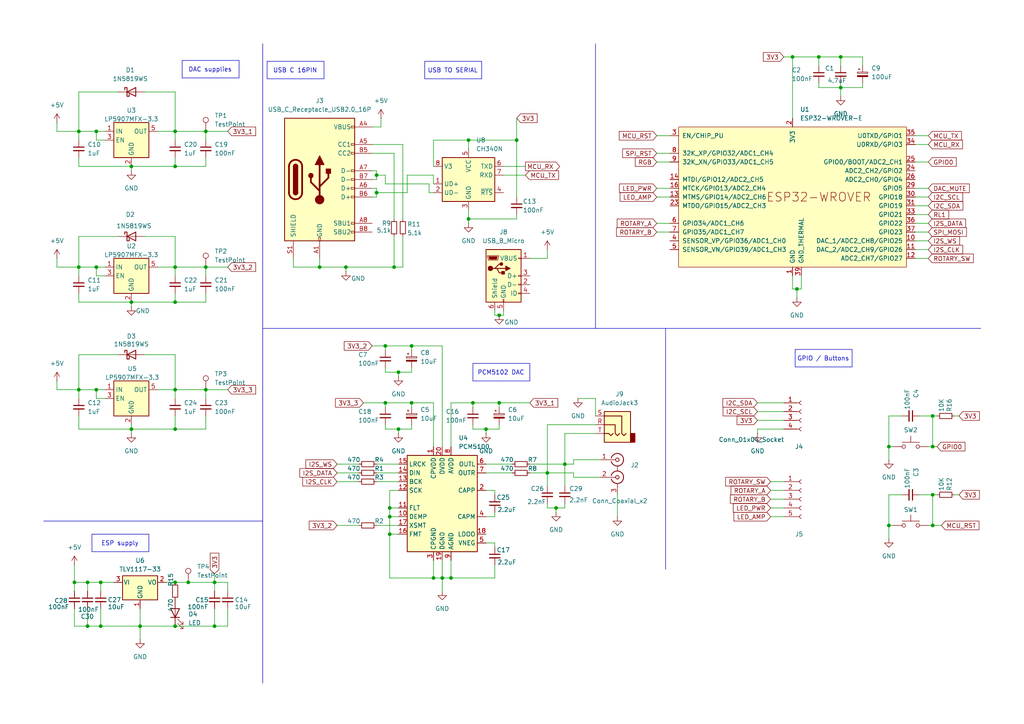
<source format=kicad_sch>
(kicad_sch (version 20231120) (generator "eeschema") (generator_version "8.0")
  (paper "A4")
  (title_block (title "LucaudioESP32") (date "2024-06-14") (rev "0.a") (comment 1 "Esp32 board running squeezelite for audio streaming"))
  (junction (at 62.23 168.91))
  (junction (at 50.8 181.61))
  (junction (at 38.1 48.26))
  (junction (at 111.76 116.84))
  (junction (at 59.69 38.1))
  (junction (at 128.27 167.64))
  (junction (at 130.81 167.64))
  (junction (at 50.8 48.26))
  (junction (at 113.03 149.86))
  (junction (at 100.33 77.47))
  (junction (at 54.61 168.91))
  (junction (at 109.22 55.88))
  (junction (at 144.78 91.44))
  (junction (at 22.86 113.03))
  (junction (at 229.87 16.51))
  (junction (at 25.4 168.91))
  (junction (at 50.8 124.46))
  (junction (at 270.51 120.65))
  (junction (at 21.59 168.91))
  (junction (at 50.8 77.47))
  (junction (at 158.75 137.16))
  (junction (at 137.16 116.84))
  (junction (at 50.8 113.03))
  (junction (at 270.51 129.54))
  (junction (at 27.94 113.03))
  (junction (at 38.1 124.46))
  (junction (at 119.38 116.84))
  (junction (at 243.84 16.51))
  (junction (at 59.69 77.47))
  (junction (at 62.23 181.61))
  (junction (at 111.76 100.33))
  (junction (at 161.29 147.32))
  (junction (at 59.69 113.03))
  (junction (at 115.57 107.95))
  (junction (at 40.64 181.61))
  (junction (at 29.21 181.61))
  (junction (at 125.73 167.64))
  (junction (at 149.86 40.64))
  (junction (at 243.84 25.4))
  (junction (at 119.38 100.33))
  (junction (at 257.81 152.4))
  (junction (at 109.22 50.8))
  (junction (at 270.51 152.4))
  (junction (at 92.71 77.47))
  (junction (at 27.94 77.47))
  (junction (at 113.03 147.32))
  (junction (at 257.81 129.54))
  (junction (at 50.8 87.63))
  (junction (at 270.51 143.51))
  (junction (at 115.57 124.46))
  (junction (at 113.03 154.94))
  (junction (at 22.86 77.47))
  (junction (at 114.3 77.47))
  (junction (at 22.86 38.1))
  (junction (at 50.8 38.1))
  (junction (at 38.1 87.63))
  (junction (at 27.94 38.1))
  (junction (at 50.8 168.91))
  (junction (at 144.78 116.84))
  (junction (at 135.89 63.5))
  (junction (at 163.83 134.62))
  (junction (at 237.49 16.51))
  (junction (at 29.21 168.91))
  (junction (at 25.4 181.61))
  (junction (at 135.89 40.64))
  (junction (at 231.14 83.82))
  (junction (at 140.97 124.46))
  (wire (pts (xy 29.21 181.61) (xy 25.4 181.61)))
  (wire (pts (xy 243.84 16.51) (xy 237.49 16.51)))
  (wire (pts (xy 265.43 54.61) (xy 269.24 54.61)))
  (wire (pts (xy 143.51 157.48) (xy 143.51 158.75)))
  (wire (pts (xy 144.78 123.19) (xy 144.78 124.46)))
  (wire (pts (xy 237.49 19.05) (xy 237.49 16.51)))
  (wire (pts (xy 107.95 54.61) (xy 109.22 54.61)))
  (wire (pts (xy 50.8 68.58) (xy 50.8 77.47)))
  (wire (pts (xy 119.38 116.84) (xy 119.38 118.11)))
  (wire (pts (xy 34.29 26.67) (xy 22.86 26.67)))
  (wire (pts (xy 173.99 138.43) (xy 166.37 138.43)))
  (wire (pts (xy 66.04 168.91) (xy 66.04 171.45)))
  (wire (pts (xy 85.09 77.47) (xy 92.71 77.47)))
  (wire (pts (xy 190.5 44.45) (xy 194.31 44.45)))
  (wire (pts (xy 158.75 137.16) (xy 166.37 137.16)))
  (wire (pts (xy 109.22 137.16) (xy 115.57 137.16)))
  (wire (pts (xy 137.16 123.19) (xy 137.16 124.46)))
  (wire (pts (xy 30.48 40.64) (xy 27.94 40.64)))
  (wire (pts (xy 140.97 137.16) (xy 148.59 137.16)))
  (wire (pts (xy 265.43 39.37) (xy 269.24 39.37)))
  (wire (pts (xy 227.33 149.86) (xy 223.52 149.86)))
  (wire (pts (xy 111.76 53.34) (xy 124.46 53.34)))
  (wire (pts (xy 119.38 107.95) (xy 115.57 107.95)))
  (wire (pts (xy 27.94 80.01) (xy 27.94 77.47)))
  (wire (pts (xy 190.5 46.99) (xy 194.31 46.99)))
  (wire (pts (xy 38.1 124.46) (xy 38.1 125.73)))
  (wire (pts (xy 149.86 63.5) (xy 135.89 63.5)))
  (wire (pts (xy 137.16 116.84) (xy 130.81 116.84)))
  (wire (pts (xy 153.67 134.62) (xy 163.83 134.62)))
  (wire (pts (xy 114.3 68.58) (xy 114.3 77.47)))
  (wire (pts (xy 50.8 26.67) (xy 50.8 38.1)))
  (polyline (pts (xy 172.72 12.7) (xy 172.72 95.25)))
  (wire (pts (xy 113.03 149.86) (xy 113.03 147.32)))
  (wire (pts (xy 29.21 168.91) (xy 25.4 168.91)))
  (wire (pts (xy 34.29 68.58) (xy 22.86 68.58)))
  (wire (pts (xy 59.69 120.65) (xy 59.69 124.46)))
  (wire (pts (xy 257.81 152.4) (xy 259.08 152.4)))
  (wire (pts (xy 237.49 24.13) (xy 237.49 25.4)))
  (wire (pts (xy 128.27 100.33) (xy 128.27 129.54)))
  (wire (pts (xy 59.69 115.57) (xy 59.69 113.03)))
  (wire (pts (xy 153.67 116.84) (xy 144.78 116.84)))
  (wire (pts (xy 22.86 48.26) (xy 38.1 48.26)))
  (wire (pts (xy 41.91 26.67) (xy 50.8 26.67)))
  (wire (pts (xy 66.04 176.53) (xy 66.04 181.61)))
  (wire (pts (xy 40.64 181.61) (xy 50.8 181.61)))
  (wire (pts (xy 59.69 45.72) (xy 59.69 48.26)))
  (wire (pts (xy 135.89 60.96) (xy 135.89 63.5)))
  (wire (pts (xy 219.71 124.46) (xy 227.33 124.46)))
  (wire (pts (xy 144.78 116.84) (xy 137.16 116.84)))
  (wire (pts (xy 22.86 45.72) (xy 22.86 48.26)))
  (wire (pts (xy 229.87 16.51) (xy 229.87 34.29)))
  (wire (pts (xy 243.84 24.13) (xy 243.84 25.4)))
  (wire (pts (xy 143.51 163.83) (xy 143.51 167.64)))
  (wire (pts (xy 50.8 48.26) (xy 50.8 45.72)))
  (wire (pts (xy 97.79 139.7) (xy 104.14 139.7)))
  (wire (pts (xy 54.61 168.91) (xy 62.23 168.91)))
  (wire (pts (xy 172.72 125.73) (xy 163.83 125.73)))
  (wire (pts (xy 59.69 40.64) (xy 59.69 38.1)))
  (wire (pts (xy 237.49 25.4) (xy 243.84 25.4)))
  (wire (pts (xy 232.41 80.01) (xy 232.41 83.82)))
  (wire (pts (xy 143.51 148.59) (xy 143.51 149.86)))
  (wire (pts (xy 111.76 116.84) (xy 111.76 118.11)))
  (wire (pts (xy 130.81 116.84) (xy 130.81 129.54)))
  (wire (pts (xy 115.57 125.73) (xy 115.57 124.46)))
  (wire (pts (xy 143.51 142.24) (xy 140.97 142.24)))
  (wire (pts (xy 59.69 38.1) (xy 66.04 38.1)))
  (wire (pts (xy 109.22 55.88) (xy 109.22 57.15)))
  (wire (pts (xy 144.78 91.44) (xy 143.51 91.44)))
  (wire (pts (xy 231.14 83.82) (xy 231.14 86.36)))
  (wire (pts (xy 250.19 19.05) (xy 250.19 16.51)))
  (wire (pts (xy 113.03 154.94) (xy 113.03 149.86)))
  (wire (pts (xy 29.21 168.91) (xy 29.21 171.45)))
  (wire (pts (xy 143.51 167.64) (xy 130.81 167.64)))
  (wire (pts (xy 119.38 106.68) (xy 119.38 107.95)))
  (wire (pts (xy 265.43 41.91) (xy 269.24 41.91)))
  (wire (pts (xy 265.43 57.15) (xy 269.24 57.15)))
  (wire (pts (xy 109.22 55.88) (xy 118.11 55.88)))
  (polyline (pts (xy 76.2 151.13) (xy 76.2 198.12)))
  (wire (pts (xy 125.73 167.64) (xy 128.27 167.64)))
  (wire (pts (xy 59.69 77.47) (xy 59.69 80.01)))
  (wire (pts (xy 219.71 124.46) (xy 219.71 125.73)))
  (wire (pts (xy 229.87 83.82) (xy 231.14 83.82)))
  (wire (pts (xy 30.48 80.01) (xy 27.94 80.01)))
  (wire (pts (xy 111.76 100.33) (xy 111.76 101.6)))
  (wire (pts (xy 21.59 181.61) (xy 25.4 181.61)))
  (wire (pts (xy 97.79 134.62) (xy 104.14 134.62)))
  (wire (pts (xy 41.91 68.58) (xy 50.8 68.58)))
  (wire (pts (xy 111.76 107.95) (xy 115.57 107.95)))
  (wire (pts (xy 114.3 44.45) (xy 107.95 44.45)))
  (wire (pts (xy 161.29 147.32) (xy 158.75 147.32)))
  (wire (pts (xy 257.81 120.65) (xy 257.81 129.54)))
  (wire (pts (xy 22.86 113.03) (xy 22.86 115.57)))
  (wire (pts (xy 22.86 38.1) (xy 22.86 40.64)))
  (wire (pts (xy 109.22 50.8) (xy 109.22 52.07)))
  (wire (pts (xy 135.89 63.5) (xy 135.89 64.77)))
  (wire (pts (xy 167.64 115.57) (xy 172.72 115.57)))
  (wire (pts (xy 111.76 100.33) (xy 119.38 100.33)))
  (wire (pts (xy 137.16 116.84) (xy 137.16 118.11)))
  (wire (pts (xy 166.37 138.43) (xy 166.37 137.16)))
  (wire (pts (xy 125.73 48.26) (xy 125.73 40.64)))
  (wire (pts (xy 50.8 40.64) (xy 50.8 38.1)))
  (wire (pts (xy 92.71 77.47) (xy 92.71 74.93)))
  (wire (pts (xy 172.72 115.57) (xy 172.72 120.65)))
  (wire (pts (xy 116.84 41.91) (xy 107.95 41.91)))
  (wire (pts (xy 227.33 116.84) (xy 219.71 116.84)))
  (wire (pts (xy 22.86 77.47) (xy 27.94 77.47)))
  (wire (pts (xy 161.29 148.59) (xy 161.29 147.32)))
  (wire (pts (xy 85.09 74.93) (xy 85.09 77.47)))
  (wire (pts (xy 116.84 63.5) (xy 116.84 41.91)))
  (wire (pts (xy 100.33 77.47) (xy 92.71 77.47)))
  (wire (pts (xy 50.8 87.63) (xy 38.1 87.63)))
  (wire (pts (xy 190.5 57.15) (xy 194.31 57.15)))
  (wire (pts (xy 163.83 134.62) (xy 163.83 140.97)))
  (wire (pts (xy 265.43 69.85) (xy 269.24 69.85)))
  (wire (pts (xy 109.22 52.07) (xy 107.95 52.07)))
  (wire (pts (xy 124.46 55.88) (xy 125.73 55.88)))
  (wire (pts (xy 227.33 147.32) (xy 223.52 147.32)))
  (wire (pts (xy 158.75 137.16) (xy 158.75 140.97)))
  (wire (pts (xy 25.4 168.91) (xy 21.59 168.91)))
  (wire (pts (xy 276.86 143.51) (xy 278.13 143.51)))
  (wire (pts (xy 232.41 83.82) (xy 231.14 83.82)))
  (polyline (pts (xy 76.2 95.25) (xy 284.48 95.25)))
  (wire (pts (xy 190.5 54.61) (xy 194.31 54.61)))
  (wire (pts (xy 265.43 59.69) (xy 269.24 59.69)))
  (wire (pts (xy 270.51 120.65) (xy 270.51 129.54)))
  (wire (pts (xy 21.59 168.91) (xy 21.59 163.83)))
  (wire (pts (xy 163.83 147.32) (xy 161.29 147.32)))
  (wire (pts (xy 16.51 35.56) (xy 16.51 38.1)))
  (wire (pts (xy 109.22 134.62) (xy 115.57 134.62)))
  (wire (pts (xy 128.27 162.56) (xy 128.27 167.64)))
  (wire (pts (xy 45.72 38.1) (xy 50.8 38.1)))
  (wire (pts (xy 190.5 67.31) (xy 194.31 67.31)))
  (wire (pts (xy 22.86 87.63) (xy 38.1 87.63)))
  (wire (pts (xy 130.81 162.56) (xy 130.81 167.64)))
  (polyline (pts (xy 76.2 12.7) (xy 76.2 151.13)))
  (wire (pts (xy 50.8 77.47) (xy 59.69 77.47)))
  (wire (pts (xy 59.69 85.09) (xy 59.69 87.63)))
  (wire (pts (xy 111.76 124.46) (xy 111.76 123.19)))
  (wire (pts (xy 116.84 68.58) (xy 116.84 77.47)))
  (wire (pts (xy 109.22 49.53) (xy 109.22 50.8)))
  (wire (pts (xy 250.19 25.4) (xy 250.19 24.13)))
  (wire (pts (xy 34.29 102.87) (xy 22.86 102.87)))
  (wire (pts (xy 59.69 113.03) (xy 50.8 113.03)))
  (wire (pts (xy 119.38 116.84) (xy 125.73 116.84)))
  (wire (pts (xy 111.76 50.8) (xy 111.76 53.34)))
  (wire (pts (xy 270.51 152.4) (xy 273.05 152.4)))
  (wire (pts (xy 140.97 134.62) (xy 148.59 134.62)))
  (wire (pts (xy 113.03 142.24) (xy 113.03 147.32)))
  (wire (pts (xy 38.1 48.26) (xy 50.8 48.26)))
  (wire (pts (xy 250.19 16.51) (xy 243.84 16.51)))
  (wire (pts (xy 243.84 25.4) (xy 250.19 25.4)))
  (wire (pts (xy 261.62 120.65) (xy 257.81 120.65)))
  (wire (pts (xy 16.51 77.47) (xy 22.86 77.47)))
  (wire (pts (xy 109.22 139.7) (xy 115.57 139.7)))
  (wire (pts (xy 59.69 124.46) (xy 50.8 124.46)))
  (wire (pts (xy 270.51 143.51) (xy 271.78 143.51)))
  (wire (pts (xy 143.51 91.44) (xy 143.51 90.17)))
  (wire (pts (xy 22.86 85.09) (xy 22.86 87.63)))
  (wire (pts (xy 265.43 72.39) (xy 269.24 72.39)))
  (wire (pts (xy 22.86 38.1) (xy 27.94 38.1)))
  (wire (pts (xy 143.51 143.51) (xy 143.51 142.24)))
  (wire (pts (xy 144.78 116.84) (xy 144.78 118.11)))
  (wire (pts (xy 223.52 139.7) (xy 227.33 139.7)))
  (wire (pts (xy 115.57 142.24) (xy 113.03 142.24)))
  (wire (pts (xy 158.75 72.39) (xy 158.75 74.93)))
  (wire (pts (xy 125.73 116.84) (xy 125.73 129.54)))
  (wire (pts (xy 270.51 143.51) (xy 270.51 152.4)))
  (wire (pts (xy 113.03 147.32) (xy 115.57 147.32)))
  (wire (pts (xy 50.8 38.1) (xy 59.69 38.1)))
  (polyline (pts (xy 193.04 95.25) (xy 193.04 165.1)))
  (wire (pts (xy 41.91 102.87) (xy 50.8 102.87)))
  (wire (pts (xy 107.95 49.53) (xy 109.22 49.53)))
  (wire (pts (xy 158.75 147.32) (xy 158.75 146.05)))
  (wire (pts (xy 163.83 146.05) (xy 163.83 147.32)))
  (wire (pts (xy 109.22 54.61) (xy 109.22 55.88)))
  (wire (pts (xy 113.03 167.64) (xy 125.73 167.64)))
  (wire (pts (xy 22.86 26.67) (xy 22.86 38.1)))
  (wire (pts (xy 38.1 48.26) (xy 38.1 49.53)))
  (wire (pts (xy 109.22 50.8) (xy 111.76 50.8)))
  (wire (pts (xy 109.22 152.4) (xy 115.57 152.4)))
  (wire (pts (xy 158.75 74.93) (xy 153.67 74.93)))
  (wire (pts (xy 22.86 120.65) (xy 22.86 124.46)))
  (wire (pts (xy 62.23 168.91) (xy 62.23 171.45)))
  (wire (pts (xy 50.8 124.46) (xy 38.1 124.46)))
  (wire (pts (xy 48.26 168.91) (xy 50.8 168.91)))
  (wire (pts (xy 59.69 77.47) (xy 66.04 77.47)))
  (wire (pts (xy 45.72 113.03) (xy 50.8 113.03)))
  (wire (pts (xy 116.84 77.47) (xy 114.3 77.47)))
  (wire (pts (xy 257.81 129.54) (xy 259.08 129.54)))
  (wire (pts (xy 149.86 34.29) (xy 149.86 40.64)))
  (wire (pts (xy 257.81 156.21) (xy 257.81 152.4)))
  (wire (pts (xy 140.97 157.48) (xy 143.51 157.48)))
  (wire (pts (xy 125.73 40.64) (xy 135.89 40.64)))
  (wire (pts (xy 229.87 80.01) (xy 229.87 83.82)))
  (wire (pts (xy 130.81 167.64) (xy 128.27 167.64)))
  (wire (pts (xy 38.1 87.63) (xy 38.1 88.9)))
  (wire (pts (xy 140.97 124.46) (xy 140.97 125.73)))
  (wire (pts (xy 107.95 36.83) (xy 110.49 36.83)))
  (wire (pts (xy 16.51 38.1) (xy 22.86 38.1)))
  (wire (pts (xy 25.4 168.91) (xy 25.4 171.45)))
  (wire (pts (xy 243.84 19.05) (xy 243.84 16.51)))
  (wire (pts (xy 146.05 91.44) (xy 144.78 91.44)))
  (wire (pts (xy 50.8 181.61) (xy 62.23 181.61)))
  (wire (pts (xy 227.33 119.38) (xy 219.71 119.38)))
  (wire (pts (xy 265.43 62.23) (xy 269.24 62.23)))
  (wire (pts (xy 50.8 168.91) (xy 54.61 168.91)))
  (polyline (pts (xy 12.7 151.13) (xy 76.2 151.13)))
  (wire (pts (xy 16.51 74.93) (xy 16.51 77.47)))
  (wire (pts (xy 111.76 106.68) (xy 111.76 107.95)))
  (wire (pts (xy 276.86 120.65) (xy 278.13 120.65)))
  (wire (pts (xy 33.02 168.91) (xy 29.21 168.91)))
  (wire (pts (xy 40.64 176.53) (xy 40.64 181.61)))
  (wire (pts (xy 50.8 85.09) (xy 50.8 87.63)))
  (wire (pts (xy 97.79 152.4) (xy 104.14 152.4)))
  (wire (pts (xy 27.94 38.1) (xy 30.48 38.1)))
  (wire (pts (xy 27.94 113.03) (xy 30.48 113.03)))
  (wire (pts (xy 261.62 143.51) (xy 257.81 143.51)))
  (wire (pts (xy 59.69 87.63) (xy 50.8 87.63)))
  (wire (pts (xy 227.33 16.51) (xy 229.87 16.51)))
  (wire (pts (xy 111.76 116.84) (xy 119.38 116.84)))
  (wire (pts (xy 128.27 167.64) (xy 128.27 171.45)))
  (wire (pts (xy 269.24 46.99) (xy 265.43 46.99)))
  (wire (pts (xy 237.49 16.51) (xy 229.87 16.51)))
  (wire (pts (xy 166.37 134.62) (xy 166.37 133.35)))
  (wire (pts (xy 59.69 113.03) (xy 66.04 113.03)))
  (wire (pts (xy 115.57 154.94) (xy 113.03 154.94)))
  (wire (pts (xy 114.3 63.5) (xy 114.3 44.45)))
  (wire (pts (xy 149.86 40.64) (xy 135.89 40.64)))
  (wire (pts (xy 143.51 149.86) (xy 140.97 149.86)))
  (wire (pts (xy 265.43 67.31) (xy 269.24 67.31)))
  (wire (pts (xy 16.51 113.03) (xy 22.86 113.03)))
  (wire (pts (xy 146.05 50.8) (xy 152.4 50.8)))
  (wire (pts (xy 66.04 168.91) (xy 62.23 168.91)))
  (wire (pts (xy 22.86 68.58) (xy 22.86 77.47)))
  (wire (pts (xy 172.72 123.19) (xy 158.75 123.19)))
  (wire (pts (xy 50.8 113.03) (xy 50.8 115.57)))
  (wire (pts (xy 50.8 120.65) (xy 50.8 124.46)))
  (wire (pts (xy 30.48 115.57) (xy 27.94 115.57)))
  (wire (pts (xy 270.51 152.4) (xy 269.24 152.4)))
  (wire (pts (xy 149.86 62.23) (xy 149.86 63.5)))
  (wire (pts (xy 146.05 48.26) (xy 152.4 48.26)))
  (wire (pts (xy 227.33 121.92) (xy 219.71 121.92)))
  (wire (pts (xy 27.94 115.57) (xy 27.94 113.03)))
  (wire (pts (xy 144.78 124.46) (xy 140.97 124.46)))
  (wire (pts (xy 62.23 168.91) (xy 62.23 166.37)))
  (wire (pts (xy 125.73 50.8) (xy 125.73 53.34)))
  (wire (pts (xy 66.04 181.61) (xy 62.23 181.61)))
  (wire (pts (xy 118.11 55.88) (xy 118.11 50.8)))
  (wire (pts (xy 40.64 181.61) (xy 40.64 185.42)))
  (wire (pts (xy 149.86 57.15) (xy 149.86 40.64)))
  (wire (pts (xy 119.38 100.33) (xy 119.38 101.6)))
  (wire (pts (xy 100.33 77.47) (xy 100.33 78.74)))
  (wire (pts (xy 265.43 74.93) (xy 269.24 74.93)))
  (wire (pts (xy 190.5 39.37) (xy 194.31 39.37)))
  (wire (pts (xy 45.72 77.47) (xy 50.8 77.47)))
  (wire (pts (xy 190.5 64.77) (xy 194.31 64.77)))
  (wire (pts (xy 38.1 124.46) (xy 38.1 123.19)))
  (wire (pts (xy 50.8 102.87) (xy 50.8 113.03)))
  (wire (pts (xy 29.21 176.53) (xy 29.21 181.61)))
  (wire (pts (xy 114.3 77.47) (xy 100.33 77.47)))
  (wire (pts (xy 25.4 181.61) (xy 25.4 176.53)))
  (wire (pts (xy 109.22 57.15) (xy 107.95 57.15)))
  (wire (pts (xy 270.51 120.65) (xy 271.78 120.65)))
  (wire (pts (xy 243.84 25.4) (xy 243.84 27.94)))
  (wire (pts (xy 113.03 154.94) (xy 113.03 167.64)))
  (wire (pts (xy 22.86 80.01) (xy 22.86 77.47)))
  (wire (pts (xy 115.57 149.86) (xy 113.03 149.86)))
  (wire (pts (xy 223.52 142.24) (xy 227.33 142.24)))
  (wire (pts (xy 163.83 134.62) (xy 166.37 134.62)))
  (wire (pts (xy 179.07 143.51) (xy 179.07 149.86)))
  (wire (pts (xy 22.86 113.03) (xy 27.94 113.03)))
  (wire (pts (xy 270.51 129.54) (xy 271.78 129.54)))
  (wire (pts (xy 115.57 107.95) (xy 115.57 109.22)))
  (wire (pts (xy 119.38 100.33) (xy 128.27 100.33)))
  (wire (pts (xy 137.16 124.46) (xy 140.97 124.46)))
  (wire (pts (xy 59.69 48.26) (xy 50.8 48.26)))
  (wire (pts (xy 153.67 137.16) (xy 158.75 137.16)))
  (wire (pts (xy 107.95 100.33) (xy 111.76 100.33)))
  (wire (pts (xy 50.8 77.47) (xy 50.8 80.01)))
  (wire (pts (xy 21.59 168.91) (xy 21.59 171.45)))
  (wire (pts (xy 223.52 144.78) (xy 227.33 144.78)))
  (wire (pts (xy 110.49 36.83) (xy 110.49 34.29)))
  (wire (pts (xy 16.51 110.49) (xy 16.51 113.03)))
  (wire (pts (xy 21.59 176.53) (xy 21.59 181.61)))
  (wire (pts (xy 266.7 143.51) (xy 270.51 143.51)))
  (wire (pts (xy 163.83 125.73) (xy 163.83 134.62)))
  (wire (pts (xy 125.73 162.56) (xy 125.73 167.64)))
  (wire (pts (xy 29.21 181.61) (xy 40.64 181.61)))
  (wire (pts (xy 62.23 176.53) (xy 62.23 181.61)))
  (wire (pts (xy 158.75 123.19) (xy 158.75 137.16)))
  (wire (pts (xy 27.94 40.64) (xy 27.94 38.1)))
  (wire (pts (xy 266.7 120.65) (xy 270.51 120.65)))
  (wire (pts (xy 105.41 116.84) (xy 111.76 116.84)))
  (wire (pts (xy 146.05 90.17) (xy 146.05 91.44)))
  (wire (pts (xy 135.89 40.64) (xy 135.89 43.18)))
  (wire (pts (xy 119.38 123.19) (xy 119.38 124.46)))
  (wire (pts (xy 115.57 124.46) (xy 111.76 124.46)))
  (wire (pts (xy 22.86 124.46) (xy 38.1 124.46)))
  (wire (pts (xy 257.81 143.51) (xy 257.81 152.4)))
  (wire (pts (xy 166.37 133.35) (xy 173.99 133.35)))
  (wire (pts (xy 27.94 77.47) (xy 30.48 77.47)))
  (wire (pts (xy 119.38 124.46) (xy 115.57 124.46)))
  (wire (pts (xy 124.46 53.34) (xy 124.46 55.88)))
  (wire (pts (xy 97.79 137.16) (xy 104.14 137.16)))
  (wire (pts (xy 118.11 50.8) (xy 125.73 50.8)))
  (wire (pts (xy 265.43 64.77) (xy 269.24 64.77)))
  (wire (pts (xy 257.81 129.54) (xy 257.81 133.35)))
  (wire (pts (xy 270.51 129.54) (xy 269.24 129.54)))
  (wire (pts (xy 22.86 102.87) (xy 22.86 113.03)))
  (rectangle (start 26.67 154.94) (end 43.18 160.02))
  (rectangle (start 52.832 17.526) (end 69.342 22.606))
  (rectangle (start 137.16 105.41) (end 153.67 110.49))
  (rectangle (start 123.19 17.78) (end 139.7 22.86))
  (rectangle (start 230.632 101.346) (end 247.142 106.426))
  (rectangle (start 77.47 17.78) (end 93.98 22.86))
  (text "PCM5102 DAC" (at 145.288 108.204 0) (effects (font (size 1.27 1.27))))
  (text "USB C 16PIN" (at 85.598 20.574 0) (effects (font (size 1.27 1.27))))
  (text "DAC supplies" (at 60.96 20.32 0) (effects (font (size 1.27 1.27))))
  (text "GPIO / Buttons" (at 238.76 104.14 0) (effects (font (size 1.27 1.27))))
  (text "ESP supply" (at 34.798 157.734 0) (effects (font (size 1.27 1.27))))
  (text "USB TO SERIAL" (at 131.318 20.574 0) (effects (font (size 1.27 1.27))))
  (global_label "I2C_SCL" (shape input) (at 219.71 119.38 180) (property "Intersheetrefs" "${INTERSHEET_REFS}" (effects (hide yes))))
  (global_label "I2S_WS" (shape input) (at 97.79 134.62 180) (property "Intersheetrefs" "${INTERSHEET_REFS}" (effects (hide yes))))
  (global_label "3V3" (shape input) (at 149.86 34.29 0) (property "Intersheetrefs" "${INTERSHEET_REFS}" (effects (hide yes))))
  (global_label "SPI_MOSI" (shape input) (at 269.24 67.31 0) (property "Intersheetrefs" "${INTERSHEET_REFS}" (effects (hide yes))))
  (global_label "3V3" (shape input) (at 278.13 143.51 0) (property "Intersheetrefs" "${INTERSHEET_REFS}" (effects (hide yes))))
  (global_label "RL1" (shape input) (at 269.24 62.23 0) (property "Intersheetrefs" "${INTERSHEET_REFS}" (effects (hide yes))))
  (global_label "MCU_RX" (shape input) (at 269.24 41.91 0) (property "Intersheetrefs" "${INTERSHEET_REFS}" (effects (hide yes))))
  (global_label "LED_AMP" (shape input) (at 223.52 149.86 180) (property "Intersheetrefs" "${INTERSHEET_REFS}" (effects (hide yes))))
  (global_label "MCU_TX" (shape input) (at 269.24 39.37 0) (property "Intersheetrefs" "${INTERSHEET_REFS}" (effects (hide yes))))
  (global_label "3V3_1" (shape input) (at 66.04 38.1 0) (property "Intersheetrefs" "${INTERSHEET_REFS}" (effects (hide yes))))
  (global_label "3V3" (shape input) (at 227.33 16.51 180) (property "Intersheetrefs" "${INTERSHEET_REFS}" (effects (hide yes))))
  (global_label "MCU_RST" (shape input) (at 190.5 39.37 180) (property "Intersheetrefs" "${INTERSHEET_REFS}" (effects (hide yes))))
  (global_label "ROTARY_A" (shape input) (at 190.5 64.77 180) (property "Intersheetrefs" "${INTERSHEET_REFS}" (effects (hide yes))))
  (global_label "I2C_SDA" (shape input) (at 269.24 59.69 0) (property "Intersheetrefs" "${INTERSHEET_REFS}" (effects (hide yes))))
  (global_label "3V3_1" (shape input) (at 153.67 116.84 0) (property "Intersheetrefs" "${INTERSHEET_REFS}" (effects (hide yes))))
  (global_label "3V3" (shape input) (at 278.13 120.65 0) (property "Intersheetrefs" "${INTERSHEET_REFS}" (effects (hide yes))))
  (global_label "3V3" (shape input) (at 219.71 121.92 180) (property "Intersheetrefs" "${INTERSHEET_REFS}" (effects (hide yes))))
  (global_label "ROTARY_SW" (shape input) (at 269.24 74.93 0) (property "Intersheetrefs" "${INTERSHEET_REFS}" (effects (hide yes))))
  (global_label "MCU_RST" (shape input) (at 273.05 152.4 0) (property "Intersheetrefs" "${INTERSHEET_REFS}" (effects (hide yes))))
  (global_label "3V3" (shape input) (at 62.23 166.37 90) (property "Intersheetrefs" "${INTERSHEET_REFS}" (effects (hide yes))))
  (global_label "I2C_SCL" (shape input) (at 269.24 57.15 0) (property "Intersheetrefs" "${INTERSHEET_REFS}" (effects (hide yes))))
  (global_label "I2S_DATA" (shape input) (at 269.24 64.77 0) (property "Intersheetrefs" "${INTERSHEET_REFS}" (effects (hide yes))))
  (global_label "GPIO0" (shape input) (at 271.78 129.54 0) (property "Intersheetrefs" "${INTERSHEET_REFS}" (effects (hide yes))))
  (global_label "I2S_CLK" (shape input) (at 269.24 72.39 0) (property "Intersheetrefs" "${INTERSHEET_REFS}" (effects (hide yes))))
  (global_label "MCU_RX" (shape output) (at 152.4 48.26 0) (property "Intersheetrefs" "${INTERSHEET_REFS}" (effects (hide yes))))
  (global_label "I2S_CLK" (shape input) (at 97.79 139.7 180) (property "Intersheetrefs" "${INTERSHEET_REFS}" (effects (hide yes))))
  (global_label "LED_AMP" (shape input) (at 190.5 57.15 180) (property "Intersheetrefs" "${INTERSHEET_REFS}" (effects (hide yes))))
  (global_label "RGB" (shape input) (at 190.5 46.99 180) (property "Intersheetrefs" "${INTERSHEET_REFS}" (effects (hide yes))))
  (global_label "3V3_2" (shape input) (at 66.04 77.47 0) (property "Intersheetrefs" "${INTERSHEET_REFS}" (effects (hide yes))))
  (global_label "LED_PWR" (shape input) (at 223.52 147.32 180) (property "Intersheetrefs" "${INTERSHEET_REFS}" (effects (hide yes))))
  (global_label "LED_PWR" (shape input) (at 190.5 54.61 180) (property "Intersheetrefs" "${INTERSHEET_REFS}" (effects (hide yes))))
  (global_label "GPIO0" (shape input) (at 269.24 46.99 0) (property "Intersheetrefs" "${INTERSHEET_REFS}" (effects (hide yes))))
  (global_label "3V3_2" (shape input) (at 97.79 152.4 180) (property "Intersheetrefs" "${INTERSHEET_REFS}" (effects (hide yes))))
  (global_label "I2S_WS" (shape input) (at 269.24 69.85 0) (property "Intersheetrefs" "${INTERSHEET_REFS}" (effects (hide yes))))
  (global_label "I2S_DATA" (shape input) (at 97.79 137.16 180) (property "Intersheetrefs" "${INTERSHEET_REFS}" (effects (hide yes))))
  (global_label "ROTARY_SW" (shape input) (at 223.52 139.7 180) (property "Intersheetrefs" "${INTERSHEET_REFS}" (effects (hide yes))))
  (global_label "3V3_3" (shape input) (at 66.04 113.03 0) (property "Intersheetrefs" "${INTERSHEET_REFS}" (effects (hide yes))))
  (global_label "I2C_SDA" (shape input) (at 219.71 116.84 180) (property "Intersheetrefs" "${INTERSHEET_REFS}" (effects (hide yes))))
  (global_label "ROTARY_B" (shape input) (at 223.52 144.78 180) (property "Intersheetrefs" "${INTERSHEET_REFS}" (effects (hide yes))))
  (global_label "DAC_MUTE" (shape input) (at 269.24 54.61 0) (property "Intersheetrefs" "${INTERSHEET_REFS}" (effects (hide yes))))
  (global_label "ROTARY_A" (shape input) (at 223.52 142.24 180) (property "Intersheetrefs" "${INTERSHEET_REFS}" (effects (hide yes))))
  (global_label "ROTARY_B" (shape input) (at 190.5 67.31 180) (property "Intersheetrefs" "${INTERSHEET_REFS}" (effects (hide yes))))
  (global_label "MCU_TX" (shape input) (at 152.4 50.8 0) (property "Intersheetrefs" "${INTERSHEET_REFS}" (effects (hide yes))))
  (global_label "3V3_2" (shape input) (at 107.95 100.33 180) (property "Intersheetrefs" "${INTERSHEET_REFS}" (effects (hide yes))))
  (global_label "SPI_RST" (shape input) (at 190.5 44.45 180) (property "Intersheetrefs" "${INTERSHEET_REFS}" (effects (hide yes))))
  (global_label "3V3_3" (shape input) (at 105.41 116.84 180) (property "Intersheetrefs" "${INTERSHEET_REFS}" (effects (hide yes))))
  (symbol (lib_id "Device:R_Small") (at 151.13 137.16 90) (unit 1)
    (property "Reference" "R8" (at 154.432 135.89 90))
    (property "Value" "470" (at 147.066 135.89 90))
    (property "Footprint" "Resistor_SMD:R_0805_2012Metric_Pad1.20x1.40mm_HandSolder" (effects (hide yes)))
    (property "Description" "Resistor, small symbol" (effects (hide yes)))
  )
  (symbol (lib_id "power:GND") (at 144.78 91.44 0) (unit 1)
    (property "Reference" "#PWR010" (effects (hide yes)))
    (property "Value" "GND" (at 148.336 93.472 0))
    (property "Description" "Power symbol creates a global label with name \"GND\" , ground" (effects (hide yes)))
  )
  (symbol (lib_id "Device:C_Small") (at 237.49 21.59 0) (unit 1)
    (property "Reference" "C2" (at 229.616 20.32 0) (effects (justify left)))
    (property "Value" "100nF" (at 229.616 22.86 0) (effects (justify left)))
    (property "Footprint" "Capacitor_SMD:C_0805_2012Metric_Pad1.18x1.45mm_HandSolder" (effects (hide yes)))
    (property "Description" "Unpolarized capacitor, small symbol" (effects (hide yes)))
  )
  (symbol (lib_id "Device:R_Small") (at 50.8 171.45 180) (unit 1)
    (property "Reference" "R15" (at 49.53 168.148 90))
    (property "Value" "470" (at 49.53 175.514 90))
    (property "Footprint" "Resistor_SMD:R_0805_2012Metric_Pad1.20x1.40mm_HandSolder" (effects (hide yes)))
    (property "Description" "Resistor, small symbol" (effects (hide yes)))
  )
  (symbol (lib_id "power:GND") (at 40.64 185.42 0) (unit 1)
    (property "Reference" "#PWR0121" (effects (hide yes)))
    (property "Value" "GND" (at 40.64 190.5 0))
    (property "Description" "Power symbol creates a global label with name \"GND\" , ground" (effects (hide yes)))
  )
  (symbol (lib_id "Device:C_Small") (at 163.83 143.51 0) (unit 1)
    (property "Reference" "C29" (at 165.1 141.732 0) (effects (justify left)))
    (property "Value" "2.2nF" (at 165.1 145.034 0) (effects (justify left)))
    (property "Footprint" "Capacitor_SMD:C_0805_2012Metric_Pad1.18x1.45mm_HandSolder" (effects (hide yes)))
    (property "Description" "Unpolarized capacitor, small symbol" (effects (hide yes)))
  )
  (symbol (lib_id "Regulator_Linear:LP5907MFX-3.3") (at 38.1 40.64 0) (unit 1)
    (property "Reference" "U3" (at 38.1 32.004 0))
    (property "Value" "LP5907MFX-3.3" (at 38.1 34.544 0))
    (property "Footprint" "Package_TO_SOT_SMD:SOT-23-5" (effects (hide yes)))
    (property "Datasheet" "http://www.ti.com/lit/ds/symlink/lp5907.pdf" (effects (hide yes)))
    (property "Description" "250-mA Ultra-Low-Noise Low-IQ LDO, 3.3V, SOT-23" (effects (hide yes)))
  )
  (symbol (lib_id "Diode:1N5819WS") (at 38.1 68.58 0) (unit 1)
    (property "Reference" "D2" (at 37.7825 62.23 0))
    (property "Value" "1N5819WS" (at 38.862 65.532 0))
    (property "Footprint" "Diode_SMD:D_SOD-323_HandSoldering" (effects (hide yes)))
    (property "Datasheet" "https://datasheet.lcsc.com/lcsc/2204281430_Guangdong-Hottech-1N5819WS_C191023.pdf" (effects (hide yes)))
    (property "Description" "40V 600mV@1A 1A SOD-323 Schottky Barrier Diodes, SOD-323" (effects (hide yes)))
  )
  (symbol (lib_id "Diode:1N5819WS") (at 38.1 102.87 0) (unit 1)
    (property "Reference" "D3" (at 38.1 97.536 0))
    (property "Value" "1N5819WS" (at 38.1 99.822 0))
    (property "Footprint" "Diode_SMD:D_SOD-323_HandSoldering" (effects (hide yes)))
    (property "Datasheet" "https://datasheet.lcsc.com/lcsc/2204281430_Guangdong-Hottech-1N5819WS_C191023.pdf" (effects (hide yes)))
    (property "Description" "40V 600mV@1A 1A SOD-323 Schottky Barrier Diodes, SOD-323" (effects (hide yes)))
  )
  (symbol (lib_id "Device:C_Small") (at 50.8 82.55 0) (unit 1)
    (property "Reference" "C22" (at 53.34 81.2862 0) (effects (justify left)))
    (property "Value" "1uF" (at 53.34 83.8262 0) (effects (justify left)))
    (property "Footprint" "Capacitor_SMD:C_0805_2012Metric" (effects (hide yes)))
    (property "Description" "Unpolarized capacitor, small symbol" (effects (hide yes)))
  )
  (symbol (lib_id "power:GND") (at 115.57 109.22 0) (unit 1)
    (property "Reference" "#PWR0104" (effects (hide yes)))
    (property "Value" "GND" (at 115.57 114.3 0))
    (property "Description" "Power symbol creates a global label with name \"GND\" , ground" (effects (hide yes)))
  )
  (symbol (lib_id "Espressif:ESP32-WROVER-E") (at 229.87 57.15 0) (unit 1)
    (property "Reference" "U1" (at 232.0641 31.75 0) (effects (justify left)))
    (property "Value" "ESP32-WROVER-E" (at 232.0641 34.29 0) (effects (justify left)))
    (property "Footprint" "Espressif:ESP32-WROVER-E" (effects (hide yes)))
    (property "Datasheet" "https://www.espressif.com/sites/default/files/documentation/esp32-wrover-e_esp32-wrover-ie_datasheet_en.pdf" (effects (hide yes)))
    (property "Description" "ESP32-WROVER-E and ESP32-WROVER-IE are two powerful, generic WiFi-BT-BLE MCU modules that target a wide variety of applications, ranging from low-power sensor networks to the most demanding tasks, such as voice encoding, music streaming and MP3 decoding. ESP32-WROVER-E comes with a PCB antenna, and ESP32-WROVER-IE with an IPEX antenna. They both featurea 4 MB external SPI flash and an additional 8 MB SPI Pseudo static RAM (PSRAM)." (effects (hide yes)))
  )
  (symbol (lib_id "Connector:USB_C_Receptacle_USB2.0_16P") (at 92.71 52.07 0) (unit 1)
    (property "Reference" "J3" (at 92.71 29.21 0))
    (property "Value" "USB_C_Receptacle_USB2.0_16P" (at 92.71 31.75 0))
    (property "Footprint" "Connector_USB:USB_C_Receptacle_G-Switch_GT-USB-7010ASV" (effects (hide yes)))
    (property "Datasheet" "https://www.usb.org/sites/default/files/documents/usb_type-c.zip" (effects (hide yes)))
    (property "Description" "USB 2.0-only 16P Type-C Receptacle connector" (effects (hide yes)))
  )
  (symbol (lib_id "Device:C_Polarized_Small") (at 250.19 21.59 0) (unit 1)
    (property "Reference" "C9" (at 252.73 19.7738 0) (effects (justify left)))
    (property "Value" "100uF" (at 252.73 22.3138 0) (effects (justify left)))
    (property "Footprint" "Capacitor_SMD:CP_Elec_5x4.5" (effects (hide yes)))
    (property "Description" "Polarized capacitor, small symbol" (effects (hide yes)))
  )
  (symbol (lib_id "Device:C_Small") (at 158.75 143.51 0) (unit 1)
    (property "Reference" "C26" (at 153.924 141.732 0) (effects (justify left)))
    (property "Value" "2.2nF" (at 152.908 145.542 0) (effects (justify left)))
    (property "Footprint" "Capacitor_SMD:C_0805_2012Metric_Pad1.18x1.45mm_HandSolder" (effects (hide yes)))
    (property "Description" "Unpolarized capacitor, small symbol" (effects (hide yes)))
  )
  (symbol (lib_id "Device:C_Small") (at 22.86 118.11 0) (unit 1)
    (property "Reference" "C12" (at 25.4 116.8462 0) (effects (justify left)))
    (property "Value" "1uF" (at 25.4 119.3862 0) (effects (justify left)))
    (property "Footprint" "Capacitor_SMD:C_0805_2012Metric" (effects (hide yes)))
    (property "Description" "Unpolarized capacitor, small symbol" (effects (hide yes)))
  )
  (symbol (lib_id "power:GND") (at 161.29 148.59 0) (unit 1)
    (property "Reference" "#PWR0112" (effects (hide yes)))
    (property "Value" "GND" (at 161.29 153.67 0))
    (property "Description" "Power symbol creates a global label with name \"GND\" , ground" (effects (hide yes)))
  )
  (symbol (lib_id "power:GND") (at 140.97 125.73 0) (unit 1)
    (property "Reference" "#PWR0123" (effects (hide yes)))
    (property "Value" "GND" (at 140.97 130.81 0))
    (property "Description" "Power symbol creates a global label with name \"GND\" , ground" (effects (hide yes)))
  )
  (symbol (lib_id "Device:C_Small") (at 62.23 173.99 0) (unit 1)
    (property "Reference" "C15" (at 56.642 173.99 0) (effects (justify left)))
    (property "Value" "100nF" (at 54.356 176.022 0) (effects (justify left)))
    (property "Footprint" "Capacitor_SMD:C_0805_2012Metric" (effects (hide yes)))
    (property "Description" "Unpolarized capacitor, small symbol" (effects (hide yes)))
  )
  (symbol (lib_id "Switch:SW_Omron_B3FS") (at 264.16 152.4 0) (unit 1)
    (property "Reference" "SW1" (at 264.16 147.828 0))
    (property "Value" "SW_Omron_B3FS" (effects (hide yes)))
    (property "Footprint" "Button_Switch_SMD:SW_SPST_Omron_B3FS-100xP" (effects (hide yes)))
    (property "Datasheet" "https://omronfs.omron.com/en_US/ecb/products/pdf/en-b3fs.pdf" (effects (hide yes)))
    (property "Description" "Omron B3FS 6x6mm single pole normally-open tactile switch" (effects (hide yes)))
  )
  (symbol (lib_id "Device:C_Small") (at 66.04 173.99 0) (unit 1)
    (property "Reference" "C14" (at 68.072 173.99 0) (effects (justify left)))
    (property "Value" "10uF" (at 68.072 176.022 0) (effects (justify left)))
    (property "Footprint" "Capacitor_SMD:C_0805_2012Metric" (effects (hide yes)))
    (property "Description" "Unpolarized capacitor, small symbol" (effects (hide yes)))
  )
  (symbol (lib_id "power:GND") (at 219.71 125.73 0) (unit 1)
    (property "Reference" "#PWR01" (effects (hide yes)))
    (property "Value" "GND" (at 219.71 130.81 0))
    (property "Description" "Power symbol creates a global label with name \"GND\" , ground" (effects (hide yes)))
  )
  (symbol (lib_id "Device:R_Small") (at 274.32 143.51 270) (unit 1)
    (property "Reference" "R12" (at 275.336 138.43 0) (effects (justify left)))
    (property "Value" "10K" (at 273.05 138.43 0) (effects (justify left)))
    (property "Footprint" "Resistor_SMD:R_0805_2012Metric_Pad1.20x1.40mm_HandSolder" (effects (hide yes)))
    (property "Description" "Resistor, small symbol" (effects (hide yes)))
  )
  (symbol (lib_id "Device:C_Small") (at 143.51 161.29 0) (unit 1)
    (property "Reference" "C17" (at 144.018 159.512 0) (effects (justify left)))
    (property "Value" "2.2uF" (at 144.272 163.068 0) (effects (justify left)))
    (property "Footprint" "Capacitor_SMD:C_0805_2012Metric_Pad1.18x1.45mm_HandSolder" (effects (hide yes)))
    (property "Description" "Unpolarized capacitor, small symbol" (effects (hide yes)))
  )
  (symbol (lib_id "Connector:TestPoint") (at 54.61 168.91 0) (unit 1)
    (property "Reference" "TP4" (at 57.15 164.3379 0) (effects (justify left)))
    (property "Value" "TestPoint" (at 57.15 166.8779 0) (effects (justify left)))
    (property "Footprint" "TestPoint:TestPoint_Pad_1.0x1.0mm" (effects (hide yes)))
    (property "Description" "test point" (effects (hide yes)))
  )
  (symbol (lib_id "power:GND") (at 38.1 125.73 0) (unit 1)
    (property "Reference" "#PWR0118" (effects (hide yes)))
    (property "Value" "GND" (at 38.1 130.81 0))
    (property "Description" "Power symbol creates a global label with name \"GND\" , ground" (effects (hide yes)))
  )
  (symbol (lib_id "power:GND") (at 179.07 149.86 0) (unit 1)
    (property "Reference" "#PWR0113" (effects (hide yes)))
    (property "Value" "GND" (at 179.07 154.94 0))
    (property "Description" "Power symbol creates a global label with name \"GND\" , ground" (effects (hide yes)))
  )
  (symbol (lib_id "Connector:TestPoint") (at 59.69 77.47 0) (unit 1)
    (property "Reference" "TP2" (at 62.23 72.8979 0) (effects (justify left)))
    (property "Value" "TestPoint" (at 62.23 75.4379 0) (effects (justify left)))
    (property "Footprint" "TestPoint:TestPoint_Pad_1.0x1.0mm" (effects (hide yes)))
    (property "Description" "test point" (effects (hide yes)))
  )
  (symbol (lib_id "Regulator_Linear:TLV1117-33") (at 40.64 168.91 0) (unit 1)
    (property "Reference" "U6" (at 40.64 162.56 0))
    (property "Value" "TLV1117-33" (at 40.64 165.1 0))
    (property "Footprint" "Package_TO_SOT_SMD:SOT-223-3_TabPin2" (effects (hide yes)))
    (property "Datasheet" "http://www.ti.com/lit/ds/symlink/tlv1117.pdf" (effects (hide yes)))
    (property "Description" "800mA Low-Dropout Linear Regulator, 3.3V fixed output, TO-220/TO-252/TO-263/SOT-223" (effects (hide yes)))
  )
  (symbol (lib_id "Connector:TestPoint") (at 59.69 113.03 0) (unit 1)
    (property "Reference" "TP3" (at 62.23 108.4579 0) (effects (justify left)))
    (property "Value" "TestPoint" (at 62.23 110.9979 0) (effects (justify left)))
    (property "Footprint" "TestPoint:TestPoint_Pad_1.0x1.0mm" (effects (hide yes)))
    (property "Description" "test point" (effects (hide yes)))
  )
  (symbol (lib_id "Connector:USB_B_Micro") (at 146.05 80.01 0) (unit 1)
    (property "Reference" "J8" (at 146.05 67.31 0))
    (property "Value" "USB_B_Micro" (at 146.05 69.85 0))
    (property "Footprint" "Connector_USB:USB_Micro-B_Molex-105017-0001" (effects (hide yes)))
    (property "Description" "USB Micro Type B connector" (effects (hide yes)))
  )
  (symbol (lib_id "power:GND") (at 38.1 49.53 0) (unit 1)
    (property "Reference" "#PWR0101" (effects (hide yes)))
    (property "Value" "GND" (at 38.1 54.61 0))
    (property "Description" "Power symbol creates a global label with name \"GND\" , ground" (effects (hide yes)))
  )
  (symbol (lib_id "Connector:TestPoint") (at 59.69 38.1 0) (unit 1)
    (property "Reference" "TP1" (at 62.23 33.5279 0) (effects (justify left)))
    (property "Value" "TestPoint" (at 62.23 36.0679 0) (effects (justify left)))
    (property "Footprint" "TestPoint:TestPoint_Pad_1.0x1.0mm" (effects (hide yes)))
    (property "Description" "test point" (effects (hide yes)))
  )
  (symbol (lib_id "Device:R_Small") (at 106.68 152.4 90) (unit 1)
    (property "Reference" "R2" (at 109.982 151.13 90))
    (property "Value" "470" (at 102.616 151.13 90))
    (property "Footprint" "Resistor_SMD:R_0805_2012Metric_Pad1.20x1.40mm_HandSolder" (effects (hide yes)))
    (property "Description" "Resistor, small symbol" (effects (hide yes)))
  )
  (symbol (lib_id "Device:C_Small") (at 21.59 173.99 0) (unit 1)
    (property "Reference" "C28" (at 15.748 174.244 0) (effects (justify left)))
    (property "Value" "100nF" (at 13.97 176.022 0) (effects (justify left)))
    (property "Footprint" "Capacitor_SMD:C_0805_2012Metric" (effects (hide yes)))
    (property "Description" "Unpolarized capacitor, small symbol" (effects (hide yes)))
  )
  (symbol (lib_id "Device:C_Small") (at 59.69 43.18 0) (unit 1)
    (property "Reference" "C19" (at 62.23 41.9162 0) (effects (justify left)))
    (property "Value" "100nF" (at 62.23 44.4562 0) (effects (justify left)))
    (property "Footprint" "Capacitor_SMD:C_0805_2012Metric" (effects (hide yes)))
    (property "Description" "Unpolarized capacitor, small symbol" (effects (hide yes)))
  )
  (symbol (lib_id "Device:C_Small") (at 143.51 146.05 0) (unit 1)
    (property "Reference" "C25" (at 144.018 144.272 0) (effects (justify left)))
    (property "Value" "2.2uF" (at 144.272 147.828 0) (effects (justify left)))
    (property "Footprint" "Capacitor_SMD:C_0805_2012Metric_Pad1.18x1.45mm_HandSolder" (effects (hide yes)))
    (property "Description" "Unpolarized capacitor, small symbol" (effects (hide yes)))
  )
  (symbol (lib_id "Device:C_Small") (at 22.86 82.55 0) (unit 1)
    (property "Reference" "C11" (at 25.4 81.2862 0) (effects (justify left)))
    (property "Value" "1uF" (at 25.4 83.8262 0) (effects (justify left)))
    (property "Footprint" "Capacitor_SMD:C_0805_2012Metric" (effects (hide yes)))
    (property "Description" "Unpolarized capacitor, small symbol" (effects (hide yes)))
  )
  (symbol (lib_id "Device:C_Small") (at 59.69 82.55 0) (unit 1)
    (property "Reference" "C21" (at 62.23 81.2862 0) (effects (justify left)))
    (property "Value" "100nF" (at 62.23 83.8262 0) (effects (justify left)))
    (property "Footprint" "Capacitor_SMD:C_0805_2012Metric" (effects (hide yes)))
    (property "Description" "Unpolarized capacitor, small symbol" (effects (hide yes)))
  )
  (symbol (lib_id "Connector:Conn_01x05_Socket") (at 232.41 144.78 0) (unit 1)
    (property "Reference" "J5" (at 231.775 154.94 0))
    (property "Value" "Conn_01x05_Socket" (effects (hide yes)))
    (property "Footprint" "Connector_PinSocket_2.54mm:PinSocket_1x05_P2.54mm_Vertical" (effects (hide yes)))
    (property "Description" "Generic connector, single row, 01x05, script generated" (effects (hide yes)))
  )
  (symbol (lib_id "Device:R_Small") (at 106.68 137.16 90) (unit 1)
    (property "Reference" "R1" (at 109.982 135.89 90))
    (property "Value" "470" (at 102.616 135.89 90))
    (property "Footprint" "Resistor_SMD:R_0805_2012Metric_Pad1.20x1.40mm_HandSolder" (effects (hide yes)))
    (property "Description" "Resistor, small symbol" (effects (hide yes)))
  )
  (symbol (lib_id "Connector_Audio:AudioJack3") (at 177.8 123.19 0) (mirror y) (unit 1)
    (property "Reference" "J9" (at 179.705 114.3 0))
    (property "Value" "AudioJack3" (at 179.705 116.84 0))
    (property "Footprint" "Connector_Audio:Jack_3.5mm_CUI_SJ-3523-SMT_Horizontal" (effects (hide yes)))
    (property "Description" "Audio Jack, 3 Poles (Stereo / TRS)" (effects (hide yes)))
  )
  (symbol (lib_id "Device:C_Small") (at 22.86 43.18 0) (unit 1)
    (property "Reference" "C10" (at 25.4 41.9162 0) (effects (justify left)))
    (property "Value" "1uF" (at 25.4 44.4562 0) (effects (justify left)))
    (property "Footprint" "Capacitor_SMD:C_0805_2012Metric" (effects (hide yes)))
    (property "Description" "Unpolarized capacitor, small symbol" (effects (hide yes)))
  )
  (symbol (lib_id "power:GND") (at 100.33 78.74 0) (unit 1)
    (property "Reference" "#PWR0106" (effects (hide yes)))
    (property "Value" "GND" (at 103.886 80.772 0))
    (property "Description" "Power symbol creates a global label with name \"GND\" , ground" (effects (hide yes)))
  )
  (symbol (lib_id "Device:C_Small") (at 25.4 173.99 0) (unit 1)
    (property "Reference" "C30" (at 23.368 178.816 0) (effects (justify left)))
    (property "Value" "100nF" (at 22.606 176.784 0) (effects (justify left)))
    (property "Footprint" "Capacitor_SMD:C_0805_2012Metric" (effects (hide yes)))
    (property "Description" "Unpolarized capacitor, small symbol" (effects (hide yes)))
  )
  (symbol (lib_id "Device:C_Small") (at 264.16 143.51 270) (unit 1)
    (property "Reference" "C3" (at 265.684 135.636 0) (effects (justify left)))
    (property "Value" "100nF" (at 263.144 135.636 0) (effects (justify left)))
    (property "Footprint" "Capacitor_SMD:C_0805_2012Metric" (effects (hide yes)))
    (property "Description" "Unpolarized capacitor, small symbol" (effects (hide yes)))
  )
  (symbol (lib_id "Device:C_Polarized_Small") (at 119.38 104.14 0) (unit 1)
    (property "Reference" "C8" (at 121.92 102.3238 0) (effects (justify left)))
    (property "Value" "10uF" (at 121.92 104.8638 0) (effects (justify left)))
    (property "Footprint" "Capacitor_SMD:CP_Elec_5x4.5" (effects (hide yes)))
    (property "Description" "Polarized capacitor, small symbol" (effects (hide yes)))
  )
  (symbol (lib_id "power:GND") (at 257.81 133.35 0) (unit 1)
    (property "Reference" "#PWR0110" (effects (hide yes)))
    (property "Value" "GND" (at 257.81 138.43 0))
    (property "Description" "Power symbol creates a global label with name \"GND\" , ground" (effects (hide yes)))
  )
  (symbol (lib_id "Connector:Conn_01x04_Socket") (at 232.41 119.38 0) (unit 1)
    (property "Reference" "J4" (at 231.775 129.54 0))
    (property "Value" "Conn_01x04_Socket" (at 217.932 127.508 0))
    (property "Footprint" "Connector_PinSocket_2.54mm:PinSocket_1x04_P2.54mm_Vertical" (effects (hide yes)))
    (property "Description" "Generic connector, single row, 01x04, script generated" (effects (hide yes)))
  )
  (symbol (lib_id "power:+5V") (at 16.51 74.93 0) (unit 1)
    (property "Reference" "#PWR0108" (effects (hide yes)))
    (property "Value" "+5V" (at 16.51 69.85 0))
    (property "Description" "Power symbol creates a global label with name \"+5V\"" (effects (hide yes)))
  )
  (symbol (lib_id "Switch:SW_Omron_B3FS") (at 264.16 129.54 0) (unit 1)
    (property "Reference" "SW2" (at 264.16 124.714 0))
    (property "Value" "SW_Omron_B3FS" (effects (hide yes)))
    (property "Footprint" "Button_Switch_SMD:SW_SPST_Omron_B3FS-100xP" (effects (hide yes)))
    (property "Datasheet" "https://omronfs.omron.com/en_US/ecb/products/pdf/en-b3fs.pdf" (effects (hide yes)))
    (property "Description" "Omron B3FS 6x6mm single pole normally-open tactile switch" (effects (hide yes)))
  )
  (symbol (lib_id "power:+5V") (at 21.59 163.83 0) (unit 1)
    (property "Reference" "#PWR0120" (effects (hide yes)))
    (property "Value" "+5V" (at 21.59 158.75 0))
    (property "Description" "Power symbol creates a global label with name \"+5V\"" (effects (hide yes)))
  )
  (symbol (lib_id "power:GND") (at 128.27 171.45 0) (unit 1)
    (property "Reference" "#PWR0119" (effects (hide yes)))
    (property "Value" "GND" (at 128.27 176.53 0))
    (property "Description" "Power symbol creates a global label with name \"GND\" , ground" (effects (hide yes)))
  )
  (symbol (lib_id "Diode:1N5819WS") (at 38.1 26.67 0) (unit 1)
    (property "Reference" "D1" (at 37.7825 20.32 0))
    (property "Value" "1N5819WS" (at 37.7825 22.86 0))
    (property "Footprint" "Diode_SMD:D_SOD-323_HandSoldering" (effects (hide yes)))
    (property "Datasheet" "https://datasheet.lcsc.com/lcsc/2204281430_Guangdong-Hottech-1N5819WS_C191023.pdf" (effects (hide yes)))
    (property "Description" "40V 600mV@1A 1A SOD-323 Schottky Barrier Diodes, SOD-323" (effects (hide yes)))
  )
  (symbol (lib_id "Device:C_Small") (at 50.8 118.11 0) (unit 1)
    (property "Reference" "C24" (at 53.34 116.8462 0) (effects (justify left)))
    (property "Value" "1uF" (at 53.34 119.3862 0) (effects (justify left)))
    (property "Footprint" "Capacitor_SMD:C_0805_2012Metric" (effects (hide yes)))
    (property "Description" "Unpolarized capacitor, small symbol" (effects (hide yes)))
  )
  (symbol (lib_id "Device:C_Small") (at 59.69 118.11 0) (unit 1)
    (property "Reference" "C23" (at 62.23 116.8462 0) (effects (justify left)))
    (property "Value" "100nF" (at 62.23 119.3862 0) (effects (justify left)))
    (property "Footprint" "Capacitor_SMD:C_0805_2012Metric" (effects (hide yes)))
    (property "Description" "Unpolarized capacitor, small symbol" (effects (hide yes)))
  )
  (symbol (lib_id "Device:C_Small") (at 243.84 21.59 0) (unit 1)
    (property "Reference" "C1" (at 239.268 19.812 0) (effects (justify left)))
    (property "Value" "4.7uF" (at 240.03 23.368 0) (effects (justify left)))
    (property "Footprint" "Capacitor_SMD:C_0805_2012Metric_Pad1.18x1.45mm_HandSolder" (effects (hide yes)))
    (property "Description" "Unpolarized capacitor, small symbol" (effects (hide yes)))
  )
  (symbol (lib_id "Device:LED") (at 50.8 177.8 90) (unit 1)
    (property "Reference" "D4" (at 54.61 178.1174 90) (effects (justify right)))
    (property "Value" "LED" (at 54.61 180.6574 90) (effects (justify right)))
    (property "Footprint" "LED_SMD:LED_0805_2012Metric_Pad1.15x1.40mm_HandSolder" (effects (hide yes)))
    (property "Description" "Light emitting diode" (effects (hide yes)))
  )
  (symbol (lib_id "Device:R_Small") (at 114.3 66.04 0) (unit 1)
    (property "Reference" "R9" (at 110.744 64.77 0) (effects (justify left)))
    (property "Value" "5.1k" (at 109.22 66.802 0) (effects (justify left)))
    (property "Footprint" "Resistor_SMD:R_0805_2012Metric_Pad1.20x1.40mm_HandSolder" (effects (hide yes)))
    (property "Description" "Resistor, small symbol" (effects (hide yes)))
  )
  (symbol (lib_id "power:GND") (at 167.64 115.57 0) (unit 1)
    (property "Reference" "#PWR011" (effects (hide yes)))
    (property "Value" "GND" (at 167.64 120.65 0))
    (property "Description" "Power symbol creates a global label with name \"GND\" , ground" (effects (hide yes)))
  )
  (symbol (lib_id "power:GND") (at 115.57 125.73 0) (unit 1)
    (property "Reference" "#PWR0122" (effects (hide yes)))
    (property "Value" "GND" (at 115.57 130.81 0))
    (property "Description" "Power symbol creates a global label with name \"GND\" , ground" (effects (hide yes)))
  )
  (symbol (lib_id "Device:C_Small") (at 50.8 43.18 0) (unit 1)
    (property "Reference" "C20" (at 53.34 41.9162 0) (effects (justify left)))
    (property "Value" "1uF" (at 53.34 44.4562 0) (effects (justify left)))
    (property "Footprint" "Capacitor_SMD:C_0805_2012Metric" (effects (hide yes)))
    (property "Description" "Unpolarized capacitor, small symbol" (effects (hide yes)))
  )
  (symbol (lib_id "Device:C_Polarized_Small") (at 119.38 120.65 0) (unit 1)
    (property "Reference" "C5" (at 121.92 118.8338 0) (effects (justify left)))
    (property "Value" "10uF" (at 121.92 121.3738 0) (effects (justify left)))
    (property "Footprint" "Capacitor_SMD:CP_Elec_5x4.5" (effects (hide yes)))
    (property "Description" "Polarized capacitor, small symbol" (effects (hide yes)))
  )
  (symbol (lib_id "Interface_USB:CH340N") (at 135.89 50.8 0) (unit 1)
    (property "Reference" "U8" (at 138.0841 40.64 0) (effects (justify left)))
    (property "Value" "CH340N" (at 138.0841 43.18 0) (effects (justify left)))
    (property "Footprint" "Package_SO:SOP-8_3.9x4.9mm_P1.27mm" (effects (hide yes)))
    (property "Datasheet" "https://aitendo3.sakura.ne.jp/aitendo_data/product_img/ic/inteface/CH340N/ch340n.pdf" (effects (hide yes)))
    (property "Description" "USB serial converter, 2Mbps, UART, SOP-8" (effects (hide yes)))
  )
  (symbol (lib_id "Device:R_Small") (at 151.13 134.62 90) (unit 1)
    (property "Reference" "R7" (at 154.432 133.35 90))
    (property "Value" "470" (at 147.066 133.35 90))
    (property "Footprint" "Resistor_SMD:R_0805_2012Metric_Pad1.20x1.40mm_HandSolder" (effects (hide yes)))
    (property "Description" "Resistor, small symbol" (effects (hide yes)))
  )
  (symbol (lib_id "Device:R_Small") (at 106.68 139.7 90) (unit 1)
    (property "Reference" "R3" (at 109.982 138.43 90))
    (property "Value" "470" (at 102.616 138.43 90))
    (property "Footprint" "Resistor_SMD:R_0805_2012Metric_Pad1.20x1.40mm_HandSolder" (effects (hide yes)))
    (property "Description" "Resistor, small symbol" (effects (hide yes)))
  )
  (symbol (lib_id "Audio:PCM5100") (at 128.27 144.78 0) (unit 1)
    (property "Reference" "U4" (at 133.0041 127 0) (effects (justify left)))
    (property "Value" "PCM5100" (at 133.0041 129.54 0) (effects (justify left)))
    (property "Footprint" "Package_SO:TSSOP-20_4.4x6.5mm_P0.65mm" (effects (hide yes)))
    (property "Datasheet" "http://www.ti.com/lit/ds/symlink/pcm5100.pdf" (effects (hide yes)))
    (property "Description" "2VRMS DirectPath, 100dB Audio Stereo DAC with 32-bit, 384kHz PCM Interface, TSSOP-20" (effects (hide yes)))
  )
  (symbol (lib_id "Device:C_Small") (at 137.16 120.65 0) (unit 1)
    (property "Reference" "C16" (at 129.286 119.38 0) (effects (justify left)))
    (property "Value" "100nF" (at 129.286 121.92 0) (effects (justify left)))
    (property "Footprint" "Capacitor_SMD:C_0805_2012Metric_Pad1.18x1.45mm_HandSolder" (effects (hide yes)))
    (property "Description" "Unpolarized capacitor, small symbol" (effects (hide yes)))
  )
  (symbol (lib_id "power:+5V") (at 16.51 35.56 0) (unit 1)
    (property "Reference" "#PWR0102" (effects (hide yes)))
    (property "Value" "+5V" (at 16.51 30.48 0))
    (property "Description" "Power symbol creates a global label with name \"+5V\"" (effects (hide yes)))
  )
  (symbol (lib_id "Device:C_Small") (at 111.76 104.14 0) (unit 1)
    (property "Reference" "C7" (at 103.886 102.87 0) (effects (justify left)))
    (property "Value" "100nF" (at 103.886 105.41 0) (effects (justify left)))
    (property "Footprint" "Capacitor_SMD:C_0805_2012Metric_Pad1.18x1.45mm_HandSolder" (effects (hide yes)))
    (property "Description" "Unpolarized capacitor, small symbol" (effects (hide yes)))
  )
  (symbol (lib_id "Device:C_Small") (at 264.16 120.65 270) (unit 1)
    (property "Reference" "C4" (at 265.684 112.776 0) (effects (justify left)))
    (property "Value" "100nF" (at 263.144 112.776 0) (effects (justify left)))
    (property "Footprint" "Capacitor_SMD:C_0805_2012Metric" (effects (hide yes)))
    (property "Description" "Unpolarized capacitor, small symbol" (effects (hide yes)))
  )
  (symbol (lib_id "Device:C_Small") (at 111.76 120.65 0) (unit 1)
    (property "Reference" "C18" (at 103.886 119.38 0) (effects (justify left)))
    (property "Value" "100nF" (at 103.886 121.92 0) (effects (justify left)))
    (property "Footprint" "Capacitor_SMD:C_0805_2012Metric_Pad1.18x1.45mm_HandSolder" (effects (hide yes)))
    (property "Description" "Unpolarized capacitor, small symbol" (effects (hide yes)))
  )
  (symbol (lib_id "Regulator_Linear:LP5907MFX-3.3") (at 38.1 115.57 0) (unit 1)
    (property "Reference" "U5" (at 38.354 106.934 0))
    (property "Value" "LP5907MFX-3.3" (at 38.354 109.474 0))
    (property "Footprint" "Package_TO_SOT_SMD:SOT-23-5" (effects (hide yes)))
    (property "Datasheet" "http://www.ti.com/lit/ds/symlink/lp5907.pdf" (effects (hide yes)))
    (property "Description" "250-mA Ultra-Low-Noise Low-IQ LDO, 3.3V, SOT-23" (effects (hide yes)))
  )
  (symbol (lib_id "Device:C_Polarized_Small") (at 144.78 120.65 0) (unit 1)
    (property "Reference" "C6" (at 147.32 118.8338 0) (effects (justify left)))
    (property "Value" "10uF" (at 147.32 121.3738 0) (effects (justify left)))
    (property "Footprint" "Capacitor_SMD:CP_Elec_5x4.5" (effects (hide yes)))
    (property "Description" "Polarized capacitor, small symbol" (effects (hide yes)))
  )
  (symbol (lib_id "power:GND") (at 257.81 156.21 0) (unit 1)
    (property "Reference" "#PWR0111" (effects (hide yes)))
    (property "Value" "GND" (at 257.81 161.29 0))
    (property "Description" "Power symbol creates a global label with name \"GND\" , ground" (effects (hide yes)))
  )
  (symbol (lib_id "power:+5V") (at 158.75 72.39 0) (unit 1)
    (property "Reference" "#PWR09" (effects (hide yes)))
    (property "Value" "+5V" (at 158.75 67.31 0))
    (property "Description" "Power symbol creates a global label with name \"+5V\"" (effects (hide yes)))
  )
  (symbol (lib_id "Device:R_Small") (at 106.68 134.62 90) (unit 1)
    (property "Reference" "R4" (at 109.982 133.35 90))
    (property "Value" "470" (at 102.616 133.35 90))
    (property "Footprint" "Resistor_SMD:R_0805_2012Metric_Pad1.20x1.40mm_HandSolder" (effects (hide yes)))
    (property "Description" "Resistor, small symbol" (effects (hide yes)))
  )
  (symbol (lib_id "Regulator_Linear:LP5907MFX-3.3") (at 38.1 80.01 0) (unit 1)
    (property "Reference" "U2" (at 38.1 71.374 0))
    (property "Value" "LP5907MFX-3.3" (at 38.1 73.914 0))
    (property "Footprint" "Package_TO_SOT_SMD:SOT-23-5" (effects (hide yes)))
    (property "Datasheet" "http://www.ti.com/lit/ds/symlink/lp5907.pdf" (effects (hide yes)))
    (property "Description" "250-mA Ultra-Low-Noise Low-IQ LDO, 3.3V, SOT-23" (effects (hide yes)))
  )
  (symbol (lib_id "power:GND") (at 38.1 88.9 0) (unit 1)
    (property "Reference" "#PWR0107" (effects (hide yes)))
    (property "Value" "GND" (at 41.402 90.17 0))
    (property "Description" "Power symbol creates a global label with name \"GND\" , ground" (effects (hide yes)))
  )
  (symbol (lib_id "power:GND") (at 243.84 27.94 0) (unit 1)
    (property "Reference" "#PWR0117" (effects (hide yes)))
    (property "Value" "GND" (at 243.84 33.02 0))
    (property "Description" "Power symbol creates a global label with name \"GND\" , ground" (effects (hide yes)))
  )
  (symbol (lib_id "Device:R_Small") (at 116.84 66.04 0) (unit 1)
    (property "Reference" "R11" (at 118.11 65.024 0) (effects (justify left)))
    (property "Value" "5.1k" (at 118.11 67.564 0) (effects (justify left)))
    (property "Footprint" "Resistor_SMD:R_0805_2012Metric_Pad1.20x1.40mm_HandSolder" (effects (hide yes)))
    (property "Description" "Resistor, small symbol" (effects (hide yes)))
  )
  (symbol (lib_id "power:+5V") (at 16.51 110.49 0) (unit 1)
    (property "Reference" "#PWR0109" (effects (hide yes)))
    (property "Value" "+5V" (at 16.51 105.41 0))
    (property "Description" "Power symbol creates a global label with name \"+5V\"" (effects (hide yes)))
  )
  (symbol (lib_id "Connector:Conn_Coaxial_x2") (at 179.07 135.89 0) (unit 1)
    (property "Reference" "J2" (at 182.88 134.9131 0) (effects (justify left)))
    (property "Value" "Conn_Coaxial_x2" (at 171.704 145.288 0) (effects (justify left)))
    (property "Footprint" "Local_connector:2x RCA" (effects (hide yes)))
    (property "Datasheet" " ~" (effects (hide yes)))
    (property "Description" "double coaxial connector (BNC, SMA, SMB, SMC, Cinch/RCA, LEMO, ...)" (effects (hide yes)))
  )
  (symbol (lib_id "power:GND") (at 231.14 86.36 0) (unit 1)
    (property "Reference" "#PWR0115" (effects (hide yes)))
    (property "Value" "GND" (at 231.14 91.44 0))
    (property "Description" "Power symbol creates a global label with name \"GND\" , ground" (effects (hide yes)))
  )
  (symbol (lib_id "power:GND") (at 135.89 64.77 0) (unit 1)
    (property "Reference" "#PWR0114" (effects (hide yes)))
    (property "Value" "GND" (at 135.89 69.85 0))
    (property "Description" "Power symbol creates a global label with name \"GND\" , ground" (effects (hide yes)))
  )
  (symbol (lib_id "Device:C_Small") (at 149.86 59.69 0) (unit 1)
    (property "Reference" "C13" (at 151.638 58.42 0) (effects (justify left)))
    (property "Value" "100nF" (at 151.638 60.96 0) (effects (justify left)))
    (property "Footprint" "Capacitor_SMD:C_0805_2012Metric" (effects (hide yes)))
    (property "Description" "Unpolarized capacitor, small symbol" (effects (hide yes)))
  )
  (symbol (lib_id "power:+5V") (at 110.49 34.29 0) (unit 1)
    (property "Reference" "#PWR0103" (effects (hide yes)))
    (property "Value" "+5V" (at 110.49 29.21 0))
    (property "Description" "Power symbol creates a global label with name \"+5V\"" (effects (hide yes)))
  )
  (symbol (lib_id "Device:C_Small") (at 29.21 173.99 0) (unit 1)
    (property "Reference" "C27" (at 31.242 173.99 0) (effects (justify left)))
    (property "Value" "10uF" (at 31.242 176.022 0) (effects (justify left)))
    (property "Footprint" "Capacitor_SMD:C_0805_2012Metric" (effects (hide yes)))
    (property "Description" "Unpolarized capacitor, small symbol" (effects (hide yes)))
  )
  (symbol (lib_id "Device:R_Small") (at 274.32 120.65 270) (unit 1)
    (property "Reference" "R16" (at 275.336 115.57 0) (effects (justify left)))
    (property "Value" "10K" (at 273.05 115.57 0) (effects (justify left)))
    (property "Footprint" "Resistor_SMD:R_0805_2012Metric_Pad1.20x1.40mm_HandSolder" (effects (hide yes)))
    (property "Description" "Resistor, small symbol" (effects (hide yes)))
  )
)
</source>
